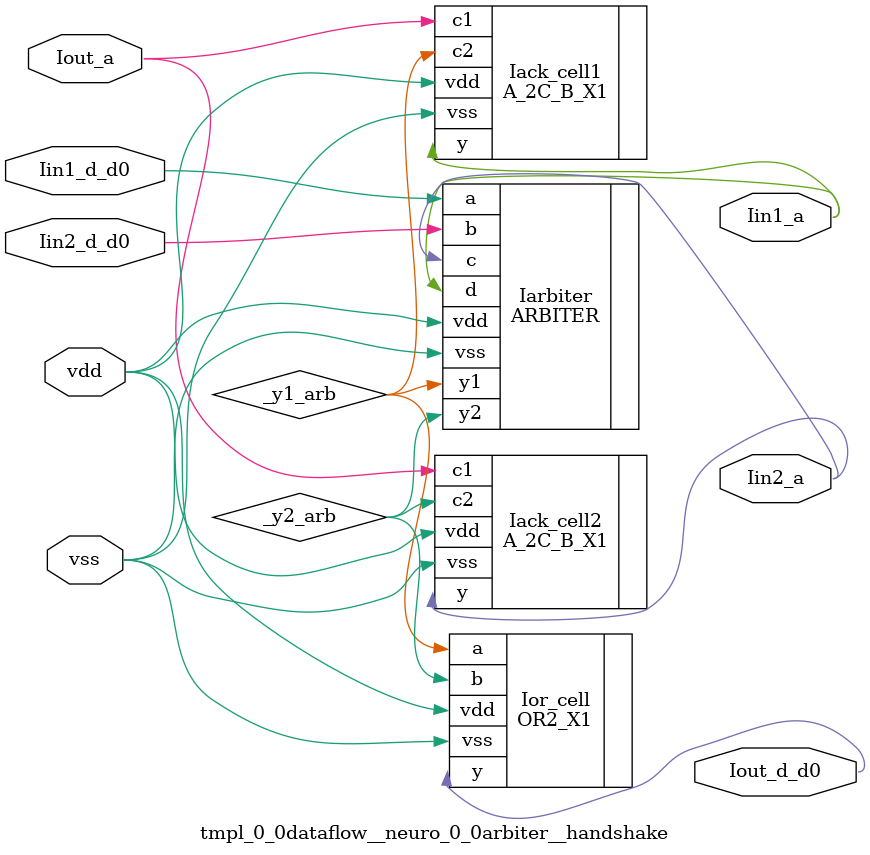
<source format=v>
module tmpl_0_0dataflow__neuro_0_0arbiter__handshake(Iin1_d_d0 , Iin1_a , Iin2_d_d0 , Iin2_a , Iout_d_d0 , Iout_a , vdd, vss); 
   input vdd;
   input vss;
   input Iin1_d_d0 ;
   
   input Iin2_d_d0 ;
   
   
   input Iout_a ;

// -- signals ---
   wire _y2_arb ;
   output Iout_d_d0 ;
   wire Iin2_d_d0 ;
   wire Iin1_d_d0 ;
   output Iin2_a ;
   output Iin1_a ;
   wire _y1_arb ;
   wire Iout_a ;

// --- instances
A_2C_B_X1 Iack_cell1  (.y(Iin1_a ), .c1(Iout_a ), .c2(_y1_arb), .vdd(vdd), .vss(vss));
ARBITER Iarbiter  (.a(Iin1_d_d0 ), .b(Iin2_d_d0 ), .c(Iin2_a ), .d(Iin1_a ), .y1(_y1_arb), .y2(_y2_arb), .vdd(vdd), .vss(vss));
A_2C_B_X1 Iack_cell2  (.y(Iin2_a ), .c1(Iout_a ), .c2(_y2_arb), .vdd(vdd), .vss(vss));
OR2_X1 Ior_cell  (.y(Iout_d_d0 ), .a(_y1_arb), .b(_y2_arb), .vdd(vdd), .vss(vss));
endmodule
</source>
